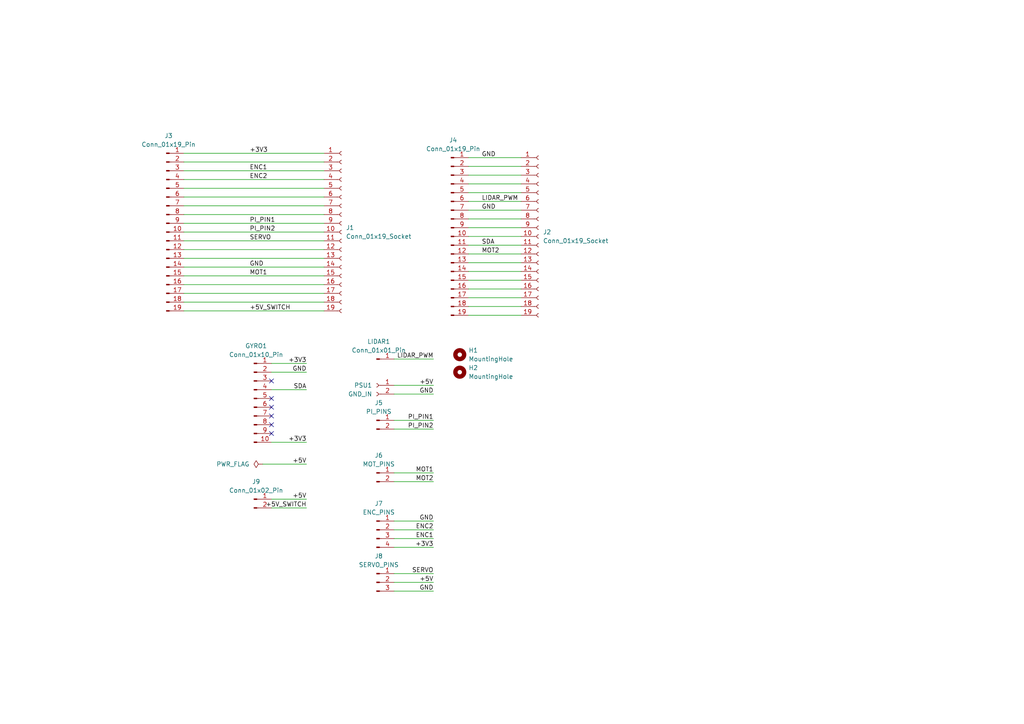
<source format=kicad_sch>
(kicad_sch (version 20231120) (generator "eeschema") (generator_version "8.0")
  (paper "A4")
  (lib_symbols
    (symbol "Connector:Conn_01x01_Pin" (pin_names (offset 1.016) hide)
      (property "Reference" "J" (at 0 2.54 0))
      (property "Value" "Conn_01x01_Pin" (at 0 -2.54 0))
      (symbol "Conn_01x01_Pin_1_1"
        (polyline (pts (xy 1.27 0) (xy 0.8636 0)) (stroke (width 0.1524)))
        (rectangle (start 0.8636 0.127) (end 0 -0.127) (stroke (width 0.1524)) (fill (type outline)))
        (pin passive line (at 5.08 0 180) (length 3.81) (name "Pin_1") (number "1"))
      )
    )
    (symbol "Connector:Conn_01x02_Pin" (pin_names (offset 1.016) hide)
      (property "Reference" "J" (at 0 2.54 0))
      (property "Value" "Conn_01x02_Pin" (at 0 -5.08 0))
      (symbol "Conn_01x02_Pin_1_1"
        (polyline (pts (xy 1.27 -2.54) (xy 0.8636 -2.54)) (stroke (width 0.1524)))
        (polyline (pts (xy 1.27 0) (xy 0.8636 0)) (stroke (width 0.1524)))
        (rectangle (start 0.8636 -2.413) (end 0 -2.667) (stroke (width 0.1524)) (fill (type outline)))
        (rectangle (start 0.8636 0.127) (end 0 -0.127) (stroke (width 0.1524)) (fill (type outline)))
        (pin passive line (at 5.08 0 180) (length 3.81) (name "Pin_1") (number "1"))
        (pin passive line (at 5.08 -2.54 180) (length 3.81) (name "Pin_2") (number "2"))
      )
    )
    (symbol "Connector:Conn_01x02_Socket" (pin_names (offset 1.016) hide)
      (property "Reference" "J" (at 0 2.54 0))
      (property "Value" "Conn_01x02_Socket" (at 0 -5.08 0))
      (symbol "Conn_01x02_Socket_1_1"
        (arc (start 0 -2.032) (mid -0.5058 -2.54) (end 0 -3.048) (stroke (width 0.1524)))
        (polyline (pts (xy -1.27 -2.54) (xy -0.508 -2.54)) (stroke (width 0.1524)))
        (polyline (pts (xy -1.27 0) (xy -0.508 0)) (stroke (width 0.1524)))
        (arc (start 0 0.508) (mid -0.5058 0) (end 0 -0.508) (stroke (width 0.1524)))
        (pin passive line (at -5.08 0 0) (length 3.81) (name "Pin_1") (number "1"))
        (pin passive line (at -5.08 -2.54 0) (length 3.81) (name "Pin_2") (number "2"))
      )
    )
    (symbol "Connector:Conn_01x03_Pin" (pin_names (offset 1.016) hide)
      (property "Reference" "J" (at 0 5.08 0))
      (property "Value" "Conn_01x03_Pin" (at 0 -5.08 0))
      (symbol "Conn_01x03_Pin_1_1"
        (polyline (pts (xy 1.27 -2.54) (xy 0.8636 -2.54)) (stroke (width 0.1524)))
        (polyline (pts (xy 1.27 0) (xy 0.8636 0)) (stroke (width 0.1524)))
        (polyline (pts (xy 1.27 2.54) (xy 0.8636 2.54)) (stroke (width 0.1524)))
        (rectangle (start 0.8636 -2.413) (end 0 -2.667) (stroke (width 0.1524)) (fill (type outline)))
        (rectangle (start 0.8636 0.127) (end 0 -0.127) (stroke (width 0.1524)) (fill (type outline)))
        (rectangle (start 0.8636 2.667) (end 0 2.413) (stroke (width 0.1524)) (fill (type outline)))
        (pin passive line (at 5.08 2.54 180) (length 3.81) (name "Pin_1") (number "1"))
        (pin passive line (at 5.08 0 180) (length 3.81) (name "Pin_2") (number "2"))
        (pin passive line (at 5.08 -2.54 180) (length 3.81) (name "Pin_3") (number "3"))
      )
    )
    (symbol "Connector:Conn_01x04_Pin" (pin_names (offset 1.016) hide)
      (property "Reference" "J" (at 0 5.08 0))
      (property "Value" "Conn_01x04_Pin" (at 0 -7.62 0))
      (symbol "Conn_01x04_Pin_1_1"
        (polyline (pts (xy 1.27 -5.08) (xy 0.8636 -5.08)) (stroke (width 0.1524)))
        (polyline (pts (xy 1.27 -2.54) (xy 0.8636 -2.54)) (stroke (width 0.1524)))
        (polyline (pts (xy 1.27 0) (xy 0.8636 0)) (stroke (width 0.1524)))
        (polyline (pts (xy 1.27 2.54) (xy 0.8636 2.54)) (stroke (width 0.1524)))
        (rectangle (start 0.8636 -4.953) (end 0 -5.207) (stroke (width 0.1524)) (fill (type outline)))
        (rectangle (start 0.8636 -2.413) (end 0 -2.667) (stroke (width 0.1524)) (fill (type outline)))
        (rectangle (start 0.8636 0.127) (end 0 -0.127) (stroke (width 0.1524)) (fill (type outline)))
        (rectangle (start 0.8636 2.667) (end 0 2.413) (stroke (width 0.1524)) (fill (type outline)))
        (pin passive line (at 5.08 2.54 180) (length 3.81) (name "Pin_1") (number "1"))
        (pin passive line (at 5.08 0 180) (length 3.81) (name "Pin_2") (number "2"))
        (pin passive line (at 5.08 -2.54 180) (length 3.81) (name "Pin_3") (number "3"))
        (pin passive line (at 5.08 -5.08 180) (length 3.81) (name "Pin_4") (number "4"))
      )
    )
    (symbol "Connector:Conn_01x10_Pin" (pin_names (offset 1.016) hide)
      (property "Reference" "J" (at 0 12.7 0))
      (property "Value" "Conn_01x10_Pin" (at 0 -15.24 0))
      (symbol "Conn_01x10_Pin_1_1"
        (polyline (pts (xy 1.27 -12.7) (xy 0.8636 -12.7)) (stroke (width 0.1524)))
        (polyline (pts (xy 1.27 -10.16) (xy 0.8636 -10.16)) (stroke (width 0.1524)))
        (polyline (pts (xy 1.27 -7.62) (xy 0.8636 -7.62)) (stroke (width 0.1524)))
        (polyline (pts (xy 1.27 -5.08) (xy 0.8636 -5.08)) (stroke (width 0.1524)))
        (polyline (pts (xy 1.27 -2.54) (xy 0.8636 -2.54)) (stroke (width 0.1524)))
        (polyline (pts (xy 1.27 0) (xy 0.8636 0)) (stroke (width 0.1524)))
        (polyline (pts (xy 1.27 2.54) (xy 0.8636 2.54)) (stroke (width 0.1524)))
        (polyline (pts (xy 1.27 5.08) (xy 0.8636 5.08)) (stroke (width 0.1524)))
        (polyline (pts (xy 1.27 7.62) (xy 0.8636 7.62)) (stroke (width 0.1524)))
        (polyline (pts (xy 1.27 10.16) (xy 0.8636 10.16)) (stroke (width 0.1524)))
        (rectangle (start 0.8636 -12.573) (end 0 -12.827) (stroke (width 0.1524)) (fill (type outline)))
        (rectangle (start 0.8636 -10.033) (end 0 -10.287) (stroke (width 0.1524)) (fill (type outline)))
        (rectangle (start 0.8636 -7.493) (end 0 -7.747) (stroke (width 0.1524)) (fill (type outline)))
        (rectangle (start 0.8636 -4.953) (end 0 -5.207) (stroke (width 0.1524)) (fill (type outline)))
        (rectangle (start 0.8636 -2.413) (end 0 -2.667) (stroke (width 0.1524)) (fill (type outline)))
        (rectangle (start 0.8636 0.127) (end 0 -0.127) (stroke (width 0.1524)) (fill (type outline)))
        (rectangle (start 0.8636 2.667) (end 0 2.413) (stroke (width 0.1524)) (fill (type outline)))
        (rectangle (start 0.8636 5.207) (end 0 4.953) (stroke (width 0.1524)) (fill (type outline)))
        (rectangle (start 0.8636 7.747) (end 0 7.493) (stroke (width 0.1524)) (fill (type outline)))
        (rectangle (start 0.8636 10.287) (end 0 10.033) (stroke (width 0.1524)) (fill (type outline)))
        (pin passive line (at 5.08 10.16 180) (length 3.81) (name "Pin_1") (number "1"))
        (pin passive line (at 5.08 -12.7 180) (length 3.81) (name "Pin_10") (number "10"))
        (pin passive line (at 5.08 7.62 180) (length 3.81) (name "Pin_2") (number "2"))
        (pin passive line (at 5.08 5.08 180) (length 3.81) (name "Pin_3") (number "3"))
        (pin passive line (at 5.08 2.54 180) (length 3.81) (name "Pin_4") (number "4"))
        (pin passive line (at 5.08 0 180) (length 3.81) (name "Pin_5") (number "5"))
        (pin passive line (at 5.08 -2.54 180) (length 3.81) (name "Pin_6") (number "6"))
        (pin passive line (at 5.08 -5.08 180) (length 3.81) (name "Pin_7") (number "7"))
        (pin passive line (at 5.08 -7.62 180) (length 3.81) (name "Pin_8") (number "8"))
        (pin passive line (at 5.08 -10.16 180) (length 3.81) (name "Pin_9") (number "9"))
      )
    )
    (symbol "Connector:Conn_01x19_Pin" (pin_names (offset 1.016) hide)
      (property "Reference" "J" (at 0 25.4 0))
      (property "Value" "Conn_01x19_Pin" (at 0 -25.4 0))
      (symbol "Conn_01x19_Pin_1_1"
        (polyline (pts (xy 1.27 -22.86) (xy 0.8636 -22.86)) (stroke (width 0.1524)))
        (polyline (pts (xy 1.27 -20.32) (xy 0.8636 -20.32)) (stroke (width 0.1524)))
        (polyline (pts (xy 1.27 -17.78) (xy 0.8636 -17.78)) (stroke (width 0.1524)))
        (polyline (pts (xy 1.27 -15.24) (xy 0.8636 -15.24)) (stroke (width 0.1524)))
        (polyline (pts (xy 1.27 -12.7) (xy 0.8636 -12.7)) (stroke (width 0.1524)))
        (polyline (pts (xy 1.27 -10.16) (xy 0.8636 -10.16)) (stroke (width 0.1524)))
        (polyline (pts (xy 1.27 -7.62) (xy 0.8636 -7.62)) (stroke (width 0.1524)))
        (polyline (pts (xy 1.27 -5.08) (xy 0.8636 -5.08)) (stroke (width 0.1524)))
        (polyline (pts (xy 1.27 -2.54) (xy 0.8636 -2.54)) (stroke (width 0.1524)))
        (polyline (pts (xy 1.27 0) (xy 0.8636 0)) (stroke (width 0.1524)))
        (polyline (pts (xy 1.27 2.54) (xy 0.8636 2.54)) (stroke (width 0.1524)))
        (polyline (pts (xy 1.27 5.08) (xy 0.8636 5.08)) (stroke (width 0.1524)))
        (polyline (pts (xy 1.27 7.62) (xy 0.8636 7.62)) (stroke (width 0.1524)))
        (polyline (pts (xy 1.27 10.16) (xy 0.8636 10.16)) (stroke (width 0.1524)))
        (polyline (pts (xy 1.27 12.7) (xy 0.8636 12.7)) (stroke (width 0.1524)))
        (polyline (pts (xy 1.27 15.24) (xy 0.8636 15.24)) (stroke (width 0.1524)))
        (polyline (pts (xy 1.27 17.78) (xy 0.8636 17.78)) (stroke (width 0.1524)))
        (polyline (pts (xy 1.27 20.32) (xy 0.8636 20.32)) (stroke (width 0.1524)))
        (polyline (pts (xy 1.27 22.86) (xy 0.8636 22.86)) (stroke (width 0.1524)))
        (rectangle (start 0.8636 -22.733) (end 0 -22.987) (stroke (width 0.1524)) (fill (type outline)))
        (rectangle (start 0.8636 -20.193) (end 0 -20.447) (stroke (width 0.1524)) (fill (type outline)))
        (rectangle (start 0.8636 -17.653) (end 0 -17.907) (stroke (width 0.1524)) (fill (type outline)))
        (rectangle (start 0.8636 -15.113) (end 0 -15.367) (stroke (width 0.1524)) (fill (type outline)))
        (rectangle (start 0.8636 -12.573) (end 0 -12.827) (stroke (width 0.1524)) (fill (type outline)))
        (rectangle (start 0.8636 -10.033) (end 0 -10.287) (stroke (width 0.1524)) (fill (type outline)))
        (rectangle (start 0.8636 -7.493) (end 0 -7.747) (stroke (width 0.1524)) (fill (type outline)))
        (rectangle (start 0.8636 -4.953) (end 0 -5.207) (stroke (width 0.1524)) (fill (type outline)))
        (rectangle (start 0.8636 -2.413) (end 0 -2.667) (stroke (width 0.1524)) (fill (type outline)))
        (rectangle (start 0.8636 0.127) (end 0 -0.127) (stroke (width 0.1524)) (fill (type outline)))
        (rectangle (start 0.8636 2.667) (end 0 2.413) (stroke (width 0.1524)) (fill (type outline)))
        (rectangle (start 0.8636 5.207) (end 0 4.953) (stroke (width 0.1524)) (fill (type outline)))
        (rectangle (start 0.8636 7.747) (end 0 7.493) (stroke (width 0.1524)) (fill (type outline)))
        (rectangle (start 0.8636 10.287) (end 0 10.033) (stroke (width 0.1524)) (fill (type outline)))
        (rectangle (start 0.8636 12.827) (end 0 12.573) (stroke (width 0.1524)) (fill (type outline)))
        (rectangle (start 0.8636 15.367) (end 0 15.113) (stroke (width 0.1524)) (fill (type outline)))
        (rectangle (start 0.8636 17.907) (end 0 17.653) (stroke (width 0.1524)) (fill (type outline)))
        (rectangle (start 0.8636 20.447) (end 0 20.193) (stroke (width 0.1524)) (fill (type outline)))
        (rectangle (start 0.8636 22.987) (end 0 22.733) (stroke (width 0.1524)) (fill (type outline)))
        (pin passive line (at 5.08 22.86 180) (length 3.81) (name "Pin_1") (number "1"))
        (pin passive line (at 5.08 0 180) (length 3.81) (name "Pin_10") (number "10"))
        (pin passive line (at 5.08 -2.54 180) (length 3.81) (name "Pin_11") (number "11"))
        (pin passive line (at 5.08 -5.08 180) (length 3.81) (name "Pin_12") (number "12"))
        (pin passive line (at 5.08 -7.62 180) (length 3.81) (name "Pin_13") (number "13"))
        (pin passive line (at 5.08 -10.16 180) (length 3.81) (name "Pin_14") (number "14"))
        (pin passive line (at 5.08 -12.7 180) (length 3.81) (name "Pin_15") (number "15"))
        (pin passive line (at 5.08 -15.24 180) (length 3.81) (name "Pin_16") (number "16"))
        (pin passive line (at 5.08 -17.78 180) (length 3.81) (name "Pin_17") (number "17"))
        (pin passive line (at 5.08 -20.32 180) (length 3.81) (name "Pin_18") (number "18"))
        (pin passive line (at 5.08 -22.86 180) (length 3.81) (name "Pin_19") (number "19"))
        (pin passive line (at 5.08 20.32 180) (length 3.81) (name "Pin_2") (number "2"))
        (pin passive line (at 5.08 17.78 180) (length 3.81) (name "Pin_3") (number "3"))
        (pin passive line (at 5.08 15.24 180) (length 3.81) (name "Pin_4") (number "4"))
        (pin passive line (at 5.08 12.7 180) (length 3.81) (name "Pin_5") (number "5"))
        (pin passive line (at 5.08 10.16 180) (length 3.81) (name "Pin_6") (number "6"))
        (pin passive line (at 5.08 7.62 180) (length 3.81) (name "Pin_7") (number "7"))
        (pin passive line (at 5.08 5.08 180) (length 3.81) (name "Pin_8") (number "8"))
        (pin passive line (at 5.08 2.54 180) (length 3.81) (name "Pin_9") (number "9"))
      )
    )
    (symbol "Connector:Conn_01x19_Socket" (pin_names (offset 1.016) hide)
      (property "Reference" "J" (at 0 25.4 0))
      (property "Value" "Conn_01x19_Socket" (at 0 -25.4 0))
      (symbol "Conn_01x19_Socket_1_1"
        (arc (start 0 -22.352) (mid -0.5058 -22.86) (end 0 -23.368) (stroke (width 0.1524)))
        (arc (start 0 -19.812) (mid -0.5058 -20.32) (end 0 -20.828) (stroke (width 0.1524)))
        (arc (start 0 -17.272) (mid -0.5058 -17.78) (end 0 -18.288) (stroke (width 0.1524)))
        (arc (start 0 -14.732) (mid -0.5058 -15.24) (end 0 -15.748) (stroke (width 0.1524)))
        (arc (start 0 -12.192) (mid -0.5058 -12.7) (end 0 -13.208) (stroke (width 0.1524)))
        (arc (start 0 -9.652) (mid -0.5058 -10.16) (end 0 -10.668) (stroke (width 0.1524)))
        (arc (start 0 -7.112) (mid -0.5058 -7.62) (end 0 -8.128) (stroke (width 0.1524)))
        (arc (start 0 -4.572) (mid -0.5058 -5.08) (end 0 -5.588) (stroke (width 0.1524)))
        (arc (start 0 -2.032) (mid -0.5058 -2.54) (end 0 -3.048) (stroke (width 0.1524)))
        (polyline (pts (xy -1.27 -22.86) (xy -0.508 -22.86)) (stroke (width 0.1524)))
        (polyline (pts (xy -1.27 -20.32) (xy -0.508 -20.32)) (stroke (width 0.1524)))
        (polyline (pts (xy -1.27 -17.78) (xy -0.508 -17.78)) (stroke (width 0.1524)))
        (polyline (pts (xy -1.27 -15.24) (xy -0.508 -15.24)) (stroke (width 0.1524)))
        (polyline (pts (xy -1.27 -12.7) (xy -0.508 -12.7)) (stroke (width 0.1524)))
        (polyline (pts (xy -1.27 -10.16) (xy -0.508 -10.16)) (stroke (width 0.1524)))
        (polyline (pts (xy -1.27 -7.62) (xy -0.508 -7.62)) (stroke (width 0.1524)))
        (polyline (pts (xy -1.27 -5.08) (xy -0.508 -5.08)) (stroke (width 0.1524)))
        (polyline (pts (xy -1.27 -2.54) (xy -0.508 -2.54)) (stroke (width 0.1524)))
        (polyline (pts (xy -1.27 0) (xy -0.508 0)) (stroke (width 0.1524)))
        (polyline (pts (xy -1.27 2.54) (xy -0.508 2.54)) (stroke (width 0.1524)))
        (polyline (pts (xy -1.27 5.08) (xy -0.508 5.08)) (stroke (width 0.1524)))
        (polyline (pts (xy -1.27 7.62) (xy -0.508 7.62)) (stroke (width 0.1524)))
        (polyline (pts (xy -1.27 10.16) (xy -0.508 10.16)) (stroke (width 0.1524)))
        (polyline (pts (xy -1.27 12.7) (xy -0.508 12.7)) (stroke (width 0.1524)))
        (polyline (pts (xy -1.27 15.24) (xy -0.508 15.24)) (stroke (width 0.1524)))
        (polyline (pts (xy -1.27 17.78) (xy -0.508 17.78)) (stroke (width 0.1524)))
        (polyline (pts (xy -1.27 20.32) (xy -0.508 20.32)) (stroke (width 0.1524)))
        (polyline (pts (xy -1.27 22.86) (xy -0.508 22.86)) (stroke (width 0.1524)))
        (arc (start 0 0.508) (mid -0.5058 0) (end 0 -0.508) (stroke (width 0.1524)))
        (arc (start 0 3.048) (mid -0.5058 2.54) (end 0 2.032) (stroke (width 0.1524)))
        (arc (start 0 5.588) (mid -0.5058 5.08) (end 0 4.572) (stroke (width 0.1524)))
        (arc (start 0 8.128) (mid -0.5058 7.62) (end 0 7.112) (stroke (width 0.1524)))
        (arc (start 0 10.668) (mid -0.5058 10.16) (end 0 9.652) (stroke (width 0.1524)))
        (arc (start 0 13.208) (mid -0.5058 12.7) (end 0 12.192) (stroke (width 0.1524)))
        (arc (start 0 15.748) (mid -0.5058 15.24) (end 0 14.732) (stroke (width 0.1524)))
        (arc (start 0 18.288) (mid -0.5058 17.78) (end 0 17.272) (stroke (width 0.1524)))
        (arc (start 0 20.828) (mid -0.5058 20.32) (end 0 19.812) (stroke (width 0.1524)))
        (arc (start 0 23.368) (mid -0.5058 22.86) (end 0 22.352) (stroke (width 0.1524)))
        (pin passive line (at -5.08 22.86 0) (length 3.81) (name "Pin_1") (number "1"))
        (pin passive line (at -5.08 0 0) (length 3.81) (name "Pin_10") (number "10"))
        (pin passive line (at -5.08 -2.54 0) (length 3.81) (name "Pin_11") (number "11"))
        (pin passive line (at -5.08 -5.08 0) (length 3.81) (name "Pin_12") (number "12"))
        (pin passive line (at -5.08 -7.62 0) (length 3.81) (name "Pin_13") (number "13"))
        (pin passive line (at -5.08 -10.16 0) (length 3.81) (name "Pin_14") (number "14"))
        (pin passive line (at -5.08 -12.7 0) (length 3.81) (name "Pin_15") (number "15"))
        (pin passive line (at -5.08 -15.24 0) (length 3.81) (name "Pin_16") (number "16"))
        (pin passive line (at -5.08 -17.78 0) (length 3.81) (name "Pin_17") (number "17"))
        (pin passive line (at -5.08 -20.32 0) (length 3.81) (name "Pin_18") (number "18"))
        (pin passive line (at -5.08 -22.86 0) (length 3.81) (name "Pin_19") (number "19"))
        (pin passive line (at -5.08 20.32 0) (length 3.81) (name "Pin_2") (number "2"))
        (pin passive line (at -5.08 17.78 0) (length 3.81) (name "Pin_3") (number "3"))
        (pin passive line (at -5.08 15.24 0) (length 3.81) (name "Pin_4") (number "4"))
        (pin passive line (at -5.08 12.7 0) (length 3.81) (name "Pin_5") (number "5"))
        (pin passive line (at -5.08 10.16 0) (length 3.81) (name "Pin_6") (number "6"))
        (pin passive line (at -5.08 7.62 0) (length 3.81) (name "Pin_7") (number "7"))
        (pin passive line (at -5.08 5.08 0) (length 3.81) (name "Pin_8") (number "8"))
        (pin passive line (at -5.08 2.54 0) (length 3.81) (name "Pin_9") (number "9"))
      )
    )
    (symbol "Mechanical:MountingHole" (pin_names (offset 1.016)) (exclude_from_sim yes) (in_bom no)
      (property "Reference" "H" (at 0 5.08 0))
      (property "Value" "MountingHole" (at 0 3.175 0))
      (symbol "MountingHole_0_1"
        (circle (center 0 0) (radius 1.27) (stroke (width 1.27)))
      )
    )
    (symbol "power:PWR_FLAG" (power) (pin_numbers hide) (pin_names (offset 0) hide)
      (property "Value" "PWR_FLAG" (at 0 3.81 0))
      (symbol "PWR_FLAG_0_0"
        (pin power_out line (at 0 0 90) (length 0) (name "~") (number "1"))
      )
      (symbol "PWR_FLAG_0_1"
        (polyline (pts (xy 0 0) (xy 0 1.27) (xy -1.016 1.905) (xy 0 2.54) (xy 1.016 1.905) (xy 0 1.27)))
      )
    )
  )
  (no_connect (at 78.74 125.73))
  (no_connect (at 78.74 123.19))
  (no_connect (at 78.74 118.11))
  (no_connect (at 78.74 110.49))
  (no_connect (at 78.74 120.65))
  (no_connect (at 78.74 115.57))
  (wire (pts (xy 135.89 81.28) (xy 151.13 81.28)))
  (wire (pts (xy 53.34 74.93) (xy 93.98 74.93)))
  (wire (pts (xy 53.34 46.99) (xy 93.98 46.99)))
  (wire (pts (xy 114.3 121.92) (xy 125.73 121.92)))
  (wire (pts (xy 78.74 107.95) (xy 88.9 107.95)))
  (wire (pts (xy 114.3 124.46) (xy 125.73 124.46)))
  (wire (pts (xy 135.89 86.36) (xy 151.13 86.36)))
  (wire (pts (xy 135.89 45.72) (xy 151.13 45.72)))
  (wire (pts (xy 125.73 137.16) (xy 114.3 137.16)))
  (wire (pts (xy 114.3 171.45) (xy 125.73 171.45)))
  (wire (pts (xy 53.34 85.09) (xy 93.98 85.09)))
  (wire (pts (xy 114.3 153.67) (xy 125.73 153.67)))
  (wire (pts (xy 135.89 71.12) (xy 151.13 71.12)))
  (wire (pts (xy 53.34 72.39) (xy 93.98 72.39)))
  (wire (pts (xy 78.74 147.32) (xy 88.9 147.32)))
  (wire (pts (xy 135.89 50.8) (xy 151.13 50.8)))
  (wire (pts (xy 135.89 48.26) (xy 151.13 48.26)))
  (wire (pts (xy 114.3 104.14) (xy 125.73 104.14)))
  (wire (pts (xy 53.34 87.63) (xy 93.98 87.63)))
  (wire (pts (xy 135.89 63.5) (xy 151.13 63.5)))
  (wire (pts (xy 53.34 90.17) (xy 93.98 90.17)))
  (wire (pts (xy 135.89 73.66) (xy 151.13 73.66)))
  (wire (pts (xy 135.89 91.44) (xy 151.13 91.44)))
  (wire (pts (xy 53.34 44.45) (xy 93.98 44.45)))
  (wire (pts (xy 114.3 166.37) (xy 125.73 166.37)))
  (wire (pts (xy 78.74 113.03) (xy 88.9 113.03)))
  (wire (pts (xy 135.89 53.34) (xy 151.13 53.34)))
  (wire (pts (xy 135.89 58.42) (xy 151.13 58.42)))
  (wire (pts (xy 135.89 76.2) (xy 151.13 76.2)))
  (wire (pts (xy 53.34 52.07) (xy 93.98 52.07)))
  (wire (pts (xy 135.89 68.58) (xy 151.13 68.58)))
  (wire (pts (xy 76.2 134.62) (xy 88.9 134.62)))
  (wire (pts (xy 53.34 77.47) (xy 93.98 77.47)))
  (wire (pts (xy 53.34 67.31) (xy 93.98 67.31)))
  (wire (pts (xy 53.34 49.53) (xy 93.98 49.53)))
  (wire (pts (xy 114.3 139.7) (xy 125.73 139.7)))
  (wire (pts (xy 135.89 66.04) (xy 151.13 66.04)))
  (wire (pts (xy 53.34 57.15) (xy 93.98 57.15)))
  (wire (pts (xy 114.3 158.75) (xy 125.73 158.75)))
  (wire (pts (xy 78.74 105.41) (xy 88.9 105.41)))
  (wire (pts (xy 135.89 88.9) (xy 151.13 88.9)))
  (wire (pts (xy 114.3 168.91) (xy 125.73 168.91)))
  (wire (pts (xy 135.89 78.74) (xy 151.13 78.74)))
  (wire (pts (xy 53.34 82.55) (xy 93.98 82.55)))
  (wire (pts (xy 53.34 69.85) (xy 93.98 69.85)))
  (wire (pts (xy 114.3 114.3) (xy 125.73 114.3)))
  (wire (pts (xy 114.3 151.13) (xy 125.73 151.13)))
  (wire (pts (xy 114.3 156.21) (xy 125.73 156.21)))
  (wire (pts (xy 114.3 111.76) (xy 125.73 111.76)))
  (wire (pts (xy 135.89 55.88) (xy 151.13 55.88)))
  (wire (pts (xy 53.34 59.69) (xy 93.98 59.69)))
  (wire (pts (xy 53.34 64.77) (xy 93.98 64.77)))
  (wire (pts (xy 53.34 62.23) (xy 93.98 62.23)))
  (wire (pts (xy 78.74 128.27) (xy 88.9 128.27)))
  (wire (pts (xy 135.89 60.96) (xy 151.13 60.96)))
  (wire (pts (xy 53.34 80.01) (xy 93.98 80.01)))
  (wire (pts (xy 78.74 144.78) (xy 88.9 144.78)))
  (wire (pts (xy 53.34 54.61) (xy 93.98 54.61)))
  (wire (pts (xy 135.89 83.82) (xy 151.13 83.82)))
  (label "ENC2" (at 72.39 52.07 0))
  (label "SDA" (at 88.9 113.03 180))
  (label "PI_PIN1" (at 125.73 121.92 180))
  (label "MOT2" (at 139.7 73.66 0))
  (label "+3V3" (at 72.39 44.45 0))
  (label "GND" (at 88.9 107.95 180))
  (label "SDA" (at 139.7 71.12 0))
  (label "GND" (at 139.7 45.72 0))
  (label "+5V" (at 125.73 111.76 180))
  (label "ENC1" (at 125.73 156.21 180))
  (label "+5V" (at 88.9 144.78 180))
  (label "+5V" (at 88.9 134.62 180))
  (label "GND" (at 125.73 151.13 180))
  (label "ENC1" (at 72.39 49.53 0))
  (label "PI_PIN1" (at 72.39 64.77 0))
  (label "+5V" (at 125.73 168.91 180))
  (label "MOT2" (at 125.73 139.7 180))
  (label "GND" (at 125.73 171.45 180))
  (label "LIDAR_PWM" (at 125.73 104.14 180))
  (label "LIDAR_PWM" (at 139.7 58.42 0))
  (label "PI_PIN2" (at 125.73 124.46 180))
  (label "MOT1" (at 72.39 80.01 0))
  (label "ENC2" (at 125.73 153.67 180))
  (label "+5V_SWITCH" (at 72.39 90.17 0))
  (label "GND" (at 125.73 114.3 180))
  (label "+3V3" (at 88.9 128.27 180))
  (label "GND" (at 72.39 77.47 0))
  (label "SERVO" (at 72.39 69.85 0))
  (label "+3V3" (at 125.73 158.75 180))
  (label "PI_PIN2" (at 72.39 67.31 0))
  (label "MOT1" (at 125.73 137.16 180))
  (label "+3V3" (at 88.9 105.41 180))
  (label "GND" (at 139.7 60.96 0))
  (label "SERVO" (at 125.73 166.37 180))
  (label "+5V_SWITCH" (at 88.9 147.32 180))
  (symbol (lib_id "power:PWR_FLAG") (at 76.2 134.62 90) (unit 1)
    (property "Reference" "#FLG01" (effects (hide yes)))
    (property "Value" "PWR_FLAG" (at 72.39 134.6199 90) (effects (justify left)))
    (property "Description" "Special symbol for telling ERC where power comes from" (effects (hide yes)))
  )
  (symbol (lib_id "Connector:Conn_01x02_Pin") (at 73.66 144.78 0) (unit 1)
    (property "Reference" "J9" (at 74.295 139.7 0))
    (property "Value" "Conn_01x02_Pin" (at 74.295 142.24 0))
    (property "Footprint" "Connector_PinHeader_2.54mm:PinHeader_1x02_P2.54mm_Vertical" (effects (hide yes)))
    (property "Datasheet" "https://jlcpcb.com/partdetail/3175222-KH_2_54PH180_1X2P_L115/C2905434" (effects (hide yes)))
    (property "Description" "Generic connector, single row, 01x02, script generated" (effects (hide yes)))
    (property "LCSC" "C2905434" (effects (hide yes)))
  )
  (symbol (lib_id "Connector:Conn_01x19_Socket") (at 99.06 67.31 0) (unit 1)
    (property "Reference" "J1" (at 100.33 66.0399 0) (effects (justify left)))
    (property "Value" "Conn_01x19_Socket" (at 100.33 68.5799 0) (effects (justify left)))
    (property "Footprint" "Connector_PinSocket_2.54mm:PinSocket_1x19_P2.54mm_Vertical" (effects (hide yes)))
    (property "Datasheet" "https://jlcpcb.com/partdetail/HCTL-PM254_1_19_Z_85/C2897382" (effects (hide yes)))
    (property "Description" "C2932706" (effects (hide yes)))
    (property "LCSC" "C2897382" (effects (hide yes)))
  )
  (symbol (lib_id "Connector:Conn_01x01_Pin") (at 109.22 104.14 0) (unit 1)
    (property "Reference" "LIDAR1" (at 109.855 99.06 0))
    (property "Value" "Conn_01x01_Pin" (at 109.855 101.6 0))
    (property "Footprint" "Connector_PinHeader_2.54mm:PinHeader_1x01_P2.54mm_Vertical" (effects (hide yes)))
    (property "Datasheet" "https://jlcpcb.com/partdetail/82426-2_54_11PPin/C81276" (effects (hide yes)))
    (property "Description" "Generic connector, single row, 01x01, script generated" (effects (hide yes)))
    (property "LCSC" "C81276" (effects (hide yes)))
  )
  (symbol (lib_id "Connector:Conn_01x19_Pin") (at 48.26 67.31 0) (unit 1)
    (property "Reference" "J3" (at 48.895 39.37 0))
    (property "Value" "Conn_01x19_Pin" (at 48.895 41.91 0))
    (property "Footprint" "Connector_PinSocket_2.54mm:PinSocket_1x19_P2.54mm_Vertical" (effects (hide yes)))
    (property "Datasheet" "https://jlcpcb.com/partdetail/HCTL-PM254_1_19_Z_85/C2897382" (effects (hide yes)))
    (property "Description" "Generic connector, single row, 01x19, script generated" (effects (hide yes)))
    (property "LCSC" "C2897382" (effects (hide yes)))
  )
  (symbol (lib_id "Connector:Conn_01x02_Socket") (at 109.22 111.76 0) (mirror y) (unit 1)
    (property "Reference" "PSU1" (at 107.95 111.7599 0) (effects (justify left)))
    (property "Value" "GND_IN" (at 107.95 114.2999 0) (effects (justify left)))
    (property "Footprint" "TerminalBlock:TerminalBlock_Xinya_XY308-2.54-2P_1x02_P2.54mm_Horizontal" (effects (hide yes)))
    (property "Datasheet" "https://jlcpcb.com/partdetail/MAX-MX128_2_54_02P_GN01_Cu_YA/C5188442" (effects (hide yes)))
    (property "Description" "Generic connector, single row, 01x02, script generated" (effects (hide yes)))
    (property "LCSC" "C5188442" (effects (hide yes)))
  )
  (symbol (lib_id "Mechanical:MountingHole") (at 133.35 107.95 0) (unit 1) (exclude_from_sim yes) (in_bom no)
    (property "Reference" "H2" (at 135.89 106.6799 0) (effects (justify left)))
    (property "Value" "MountingHole" (at 135.89 109.2199 0) (effects (justify left)))
    (property "Footprint" "MountingHole:MountingHole_3.2mm_M3" (effects (hide yes)))
    (property "Description" "Mounting Hole without connection" (effects (hide yes)))
  )
  (symbol (lib_id "Connector:Conn_01x02_Pin") (at 109.22 121.92 0) (unit 1)
    (property "Reference" "J5" (at 109.855 116.84 0))
    (property "Value" "PI_PINS" (at 109.855 119.38 0))
    (property "Footprint" "Connector_PinHeader_2.54mm:PinHeader_1x02_P2.54mm_Vertical" (effects (hide yes)))
    (property "Datasheet" "https://jlcpcb.com/partdetail/3175222-KH_2_54PH180_1X2P_L115/C2905434" (effects (hide yes)))
    (property "Description" "Generic connector, single row, 01x02, script generated" (effects (hide yes)))
    (property "LCSC" "C2905434" (effects (hide yes)))
  )
  (symbol (lib_id "Connector:Conn_01x04_Pin") (at 109.22 153.67 0) (unit 1)
    (property "Reference" "J7" (at 109.855 146.05 0))
    (property "Value" "ENC_PINS" (at 109.855 148.59 0))
    (property "Footprint" "Connector_PinHeader_2.54mm:PinHeader_1x04_P2.54mm_Vertical" (effects (hide yes)))
    (property "Datasheet" "https://jlcpcb.com/partdetail/3175223-KH_2_54PH180_1X4P_L115/C2905435" (effects (hide yes)))
    (property "Description" "Generic connector, single row, 01x04, script generated" (effects (hide yes)))
    (property "LCSC" "C2905435" (effects (hide yes)))
  )
  (symbol (lib_id "Connector:Conn_01x19_Socket") (at 156.21 68.58 0) (unit 1)
    (property "Reference" "J2" (at 157.48 67.3099 0) (effects (justify left)))
    (property "Value" "Conn_01x19_Socket" (at 157.48 69.8499 0) (effects (justify left)))
    (property "Footprint" "Connector_PinSocket_2.54mm:PinSocket_1x19_P2.54mm_Vertical" (effects (hide yes)))
    (property "Datasheet" "https://jlcpcb.com/partdetail/HCTL-PM254_1_19_Z_85/C2897382" (effects (hide yes)))
    (property "Description" "Generic connector, single row, 01x19, script generated" (effects (hide yes)))
    (property "LCSC" "C2897382" (effects (hide yes)))
  )
  (symbol (lib_id "Connector:Conn_01x02_Pin") (at 109.22 137.16 0) (unit 1)
    (property "Reference" "J6" (at 109.855 132.08 0))
    (property "Value" "MOT_PINS" (at 109.855 134.62 0))
    (property "Footprint" "Connector_PinHeader_2.54mm:PinHeader_1x02_P2.54mm_Vertical" (effects (hide yes)))
    (property "Datasheet" "https://jlcpcb.com/partdetail/3175222-KH_2_54PH180_1X2P_L115/C2905434" (effects (hide yes)))
    (property "Description" "Generic connector, single row, 01x02, script generated" (effects (hide yes)))
    (property "LCSC" "C2905434" (effects (hide yes)))
  )
  (symbol (lib_id "Connector:Conn_01x10_Pin") (at 73.66 115.57 0) (unit 1)
    (property "Reference" "GYRO1" (at 74.295 100.33 0))
    (property "Value" "Conn_01x10_Pin" (at 74.295 102.87 0))
    (property "Footprint" "Connector_PinSocket_2.54mm:PinSocket_1x10_P2.54mm_Vertical" (effects (hide yes)))
    (property "Datasheet" "https://jlcpcb.com/partdetail/58403-2_54_110PPin/C57369" (effects (hide yes)))
    (property "Description" "Generic connector, single row, 01x10, script generated" (effects (hide yes)))
    (property "LCSC" "C57369" (effects (hide yes)))
  )
  (symbol (lib_id "Connector:Conn_01x19_Pin") (at 130.81 68.58 0) (unit 1)
    (property "Reference" "J4" (at 131.445 40.64 0))
    (property "Value" "Conn_01x19_Pin" (at 131.445 43.18 0))
    (property "Footprint" "Connector_PinSocket_2.54mm:PinSocket_1x19_P2.54mm_Vertical" (effects (hide yes)))
    (property "Datasheet" "https://jlcpcb.com/partdetail/HCTL-PM254_1_19_Z_85/C2897382" (effects (hide yes)))
    (property "Description" "Generic connector, single row, 01x19, script generated" (effects (hide yes)))
    (property "LCSC" "C2897382" (effects (hide yes)))
  )
  (symbol (lib_id "Mechanical:MountingHole") (at 133.35 102.87 0) (unit 1) (exclude_from_sim yes) (in_bom no)
    (property "Reference" "H1" (at 135.89 101.5999 0) (effects (justify left)))
    (property "Value" "MountingHole" (at 135.89 104.1399 0) (effects (justify left)))
    (property "Footprint" "MountingHole:MountingHole_3.2mm_M3" (effects (hide yes)))
    (property "Description" "Mounting Hole without connection" (effects (hide yes)))
  )
  (symbol (lib_id "Connector:Conn_01x03_Pin") (at 109.22 168.91 0) (unit 1)
    (property "Reference" "J8" (at 109.855 161.29 0))
    (property "Value" "SERVO_PINS" (at 109.855 163.83 0))
    (property "Footprint" "Connector_PinHeader_2.54mm:PinHeader_1x03_P2.54mm_Vertical" (effects (hide yes)))
    (property "Datasheet" "https://jlcpcb.com/partdetail/3278219-KH_2_54PH180_1X3P_L115/C2932698" (effects (hide yes)))
    (property "Description" "Generic connector, single row, 01x03, script generated" (effects (hide yes)))
    (property "LCSC" "C2932698" (effects (hide yes)))
  )
)
</source>
